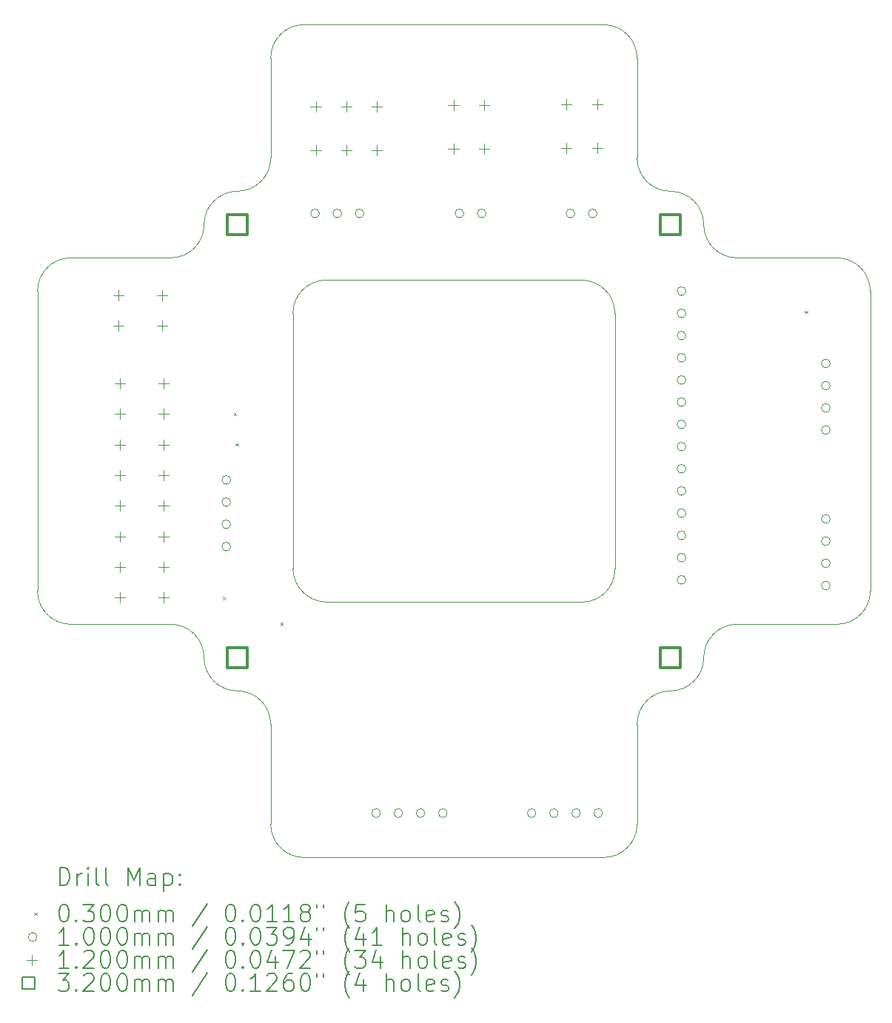
<source format=gbr>
%TF.GenerationSoftware,KiCad,Pcbnew,8.0.6*%
%TF.CreationDate,2025-01-17T02:30:25-08:00*%
%TF.ProjectId,Constellation Saddle V1.0,436f6e73-7465-46c6-9c61-74696f6e2053,rev?*%
%TF.SameCoordinates,Original*%
%TF.FileFunction,Drillmap*%
%TF.FilePolarity,Positive*%
%FSLAX45Y45*%
G04 Gerber Fmt 4.5, Leading zero omitted, Abs format (unit mm)*
G04 Created by KiCad (PCBNEW 8.0.6) date 2025-01-17 02:30:25*
%MOMM*%
%LPD*%
G01*
G04 APERTURE LIST*
%ADD10C,0.100000*%
%ADD11C,0.200000*%
%ADD12C,0.120000*%
%ADD13C,0.320000*%
G04 APERTURE END LIST*
D10*
X6858000Y-3556000D02*
G75*
G02*
X7239000Y-3937000I0J-381000D01*
G01*
X2159000Y-7493000D02*
G75*
G02*
X2540000Y-7874000I0J-381000D01*
G01*
X2921000Y-8255000D02*
G75*
G02*
X2540000Y-7874000I0J381000D01*
G01*
X7112000Y-635000D02*
X3683000Y-635000D01*
X8636000Y-3302000D02*
X9779000Y-3302000D01*
X7874000Y-2540000D02*
G75*
G02*
X8255000Y-2921000I0J-381000D01*
G01*
X3302000Y-1016000D02*
G75*
G02*
X3683000Y-635000I381000J0D01*
G01*
X635000Y-3683000D02*
X635000Y-7112000D01*
X7493000Y-8636000D02*
G75*
G02*
X7874000Y-8255000I381000J0D01*
G01*
X3556000Y-3937000D02*
X3556000Y-6858000D01*
X3302000Y-2159000D02*
X3302000Y-1016000D01*
X3683000Y-10160000D02*
X7112000Y-10160000D01*
X2159000Y-3302000D02*
X1016000Y-3302000D01*
X2159000Y-7493000D02*
X1016000Y-7493000D01*
X3556000Y-3937000D02*
G75*
G02*
X3937000Y-3556000I381000J0D01*
G01*
X3302000Y-8636000D02*
X3302000Y-9779000D01*
X8636000Y-7493000D02*
X9779000Y-7493000D01*
X8636000Y-3302000D02*
G75*
G02*
X8255000Y-2921000I0J381000D01*
G01*
X7493000Y-9779000D02*
G75*
G02*
X7112000Y-10160000I-381000J0D01*
G01*
X3937000Y-7239000D02*
X6858000Y-7239000D01*
X9779000Y-3302000D02*
G75*
G02*
X10160000Y-3683000I0J-381000D01*
G01*
X7112000Y-635000D02*
G75*
G02*
X7493000Y-1016000I0J-381000D01*
G01*
X2540000Y-2921000D02*
G75*
G02*
X2159000Y-3302000I-381000J0D01*
G01*
X3937000Y-7239000D02*
G75*
G02*
X3556000Y-6858000I10290J391290D01*
G01*
X8255000Y-7874000D02*
G75*
G02*
X8636000Y-7493000I381000J0D01*
G01*
X3302000Y-2159000D02*
G75*
G02*
X2921000Y-2540000I-381000J0D01*
G01*
X7493000Y-2159000D02*
X7493000Y-1016000D01*
X7493000Y-8636000D02*
X7493000Y-9779000D01*
X10160000Y-7112000D02*
X10160000Y-3683000D01*
X8255000Y-7874000D02*
G75*
G02*
X7874000Y-8255000I-381000J0D01*
G01*
X635000Y-3683000D02*
G75*
G02*
X1016000Y-3302000I381000J0D01*
G01*
X7239000Y-3937000D02*
X7239000Y-6858000D01*
X2540000Y-2921000D02*
G75*
G02*
X2921000Y-2540000I381000J0D01*
G01*
X7874000Y-2540000D02*
G75*
G02*
X7493000Y-2159000I0J381000D01*
G01*
X3937000Y-3556000D02*
X6858000Y-3556000D01*
X10160000Y-7112000D02*
G75*
G02*
X9779000Y-7493000I-381000J0D01*
G01*
X3683000Y-10160000D02*
G75*
G02*
X3302000Y-9779000I0J381000D01*
G01*
X1016000Y-7493000D02*
G75*
G02*
X635000Y-7112000I0J381000D01*
G01*
X2921000Y-8255000D02*
G75*
G02*
X3302000Y-8636000I0J-381000D01*
G01*
X7239000Y-6858000D02*
G75*
G02*
X6858000Y-7239000I-372897J-8103D01*
G01*
D11*
D10*
X2759000Y-7179000D02*
X2789000Y-7209000D01*
X2789000Y-7179000D02*
X2759000Y-7209000D01*
X2878060Y-5073200D02*
X2908060Y-5103200D01*
X2908060Y-5073200D02*
X2878060Y-5103200D01*
X2898380Y-5423200D02*
X2928380Y-5453200D01*
X2928380Y-5423200D02*
X2898380Y-5453200D01*
X3414000Y-7474200D02*
X3444000Y-7504200D01*
X3444000Y-7474200D02*
X3414000Y-7504200D01*
X9412000Y-3907500D02*
X9442000Y-3937500D01*
X9442000Y-3907500D02*
X9412000Y-3937500D01*
X2844000Y-5842000D02*
G75*
G02*
X2744000Y-5842000I-50000J0D01*
G01*
X2744000Y-5842000D02*
G75*
G02*
X2844000Y-5842000I50000J0D01*
G01*
X2844000Y-6096000D02*
G75*
G02*
X2744000Y-6096000I-50000J0D01*
G01*
X2744000Y-6096000D02*
G75*
G02*
X2844000Y-6096000I50000J0D01*
G01*
X2844000Y-6350000D02*
G75*
G02*
X2744000Y-6350000I-50000J0D01*
G01*
X2744000Y-6350000D02*
G75*
G02*
X2844000Y-6350000I50000J0D01*
G01*
X2844000Y-6604000D02*
G75*
G02*
X2744000Y-6604000I-50000J0D01*
G01*
X2744000Y-6604000D02*
G75*
G02*
X2844000Y-6604000I50000J0D01*
G01*
X3860000Y-2794000D02*
G75*
G02*
X3760000Y-2794000I-50000J0D01*
G01*
X3760000Y-2794000D02*
G75*
G02*
X3860000Y-2794000I50000J0D01*
G01*
X4114000Y-2794000D02*
G75*
G02*
X4014000Y-2794000I-50000J0D01*
G01*
X4014000Y-2794000D02*
G75*
G02*
X4114000Y-2794000I50000J0D01*
G01*
X4368000Y-2794000D02*
G75*
G02*
X4268000Y-2794000I-50000J0D01*
G01*
X4268000Y-2794000D02*
G75*
G02*
X4368000Y-2794000I50000J0D01*
G01*
X4558500Y-9652000D02*
G75*
G02*
X4458500Y-9652000I-50000J0D01*
G01*
X4458500Y-9652000D02*
G75*
G02*
X4558500Y-9652000I50000J0D01*
G01*
X4812500Y-9652000D02*
G75*
G02*
X4712500Y-9652000I-50000J0D01*
G01*
X4712500Y-9652000D02*
G75*
G02*
X4812500Y-9652000I50000J0D01*
G01*
X5066500Y-9652000D02*
G75*
G02*
X4966500Y-9652000I-50000J0D01*
G01*
X4966500Y-9652000D02*
G75*
G02*
X5066500Y-9652000I50000J0D01*
G01*
X5320500Y-9652000D02*
G75*
G02*
X5220500Y-9652000I-50000J0D01*
G01*
X5220500Y-9652000D02*
G75*
G02*
X5320500Y-9652000I50000J0D01*
G01*
X5511000Y-2794000D02*
G75*
G02*
X5411000Y-2794000I-50000J0D01*
G01*
X5411000Y-2794000D02*
G75*
G02*
X5511000Y-2794000I50000J0D01*
G01*
X5765000Y-2794000D02*
G75*
G02*
X5665000Y-2794000I-50000J0D01*
G01*
X5665000Y-2794000D02*
G75*
G02*
X5765000Y-2794000I50000J0D01*
G01*
X6336500Y-9652000D02*
G75*
G02*
X6236500Y-9652000I-50000J0D01*
G01*
X6236500Y-9652000D02*
G75*
G02*
X6336500Y-9652000I50000J0D01*
G01*
X6590500Y-9652000D02*
G75*
G02*
X6490500Y-9652000I-50000J0D01*
G01*
X6490500Y-9652000D02*
G75*
G02*
X6590500Y-9652000I50000J0D01*
G01*
X6781000Y-2794000D02*
G75*
G02*
X6681000Y-2794000I-50000J0D01*
G01*
X6681000Y-2794000D02*
G75*
G02*
X6781000Y-2794000I50000J0D01*
G01*
X6844500Y-9652000D02*
G75*
G02*
X6744500Y-9652000I-50000J0D01*
G01*
X6744500Y-9652000D02*
G75*
G02*
X6844500Y-9652000I50000J0D01*
G01*
X7035000Y-2794000D02*
G75*
G02*
X6935000Y-2794000I-50000J0D01*
G01*
X6935000Y-2794000D02*
G75*
G02*
X7035000Y-2794000I50000J0D01*
G01*
X7098500Y-9652000D02*
G75*
G02*
X6998500Y-9652000I-50000J0D01*
G01*
X6998500Y-9652000D02*
G75*
G02*
X7098500Y-9652000I50000J0D01*
G01*
X8051000Y-3683000D02*
G75*
G02*
X7951000Y-3683000I-50000J0D01*
G01*
X7951000Y-3683000D02*
G75*
G02*
X8051000Y-3683000I50000J0D01*
G01*
X8051000Y-3937000D02*
G75*
G02*
X7951000Y-3937000I-50000J0D01*
G01*
X7951000Y-3937000D02*
G75*
G02*
X8051000Y-3937000I50000J0D01*
G01*
X8051000Y-4191000D02*
G75*
G02*
X7951000Y-4191000I-50000J0D01*
G01*
X7951000Y-4191000D02*
G75*
G02*
X8051000Y-4191000I50000J0D01*
G01*
X8051000Y-4445000D02*
G75*
G02*
X7951000Y-4445000I-50000J0D01*
G01*
X7951000Y-4445000D02*
G75*
G02*
X8051000Y-4445000I50000J0D01*
G01*
X8051000Y-4699000D02*
G75*
G02*
X7951000Y-4699000I-50000J0D01*
G01*
X7951000Y-4699000D02*
G75*
G02*
X8051000Y-4699000I50000J0D01*
G01*
X8051000Y-4953000D02*
G75*
G02*
X7951000Y-4953000I-50000J0D01*
G01*
X7951000Y-4953000D02*
G75*
G02*
X8051000Y-4953000I50000J0D01*
G01*
X8051000Y-5207000D02*
G75*
G02*
X7951000Y-5207000I-50000J0D01*
G01*
X7951000Y-5207000D02*
G75*
G02*
X8051000Y-5207000I50000J0D01*
G01*
X8051000Y-5461000D02*
G75*
G02*
X7951000Y-5461000I-50000J0D01*
G01*
X7951000Y-5461000D02*
G75*
G02*
X8051000Y-5461000I50000J0D01*
G01*
X8051000Y-5715000D02*
G75*
G02*
X7951000Y-5715000I-50000J0D01*
G01*
X7951000Y-5715000D02*
G75*
G02*
X8051000Y-5715000I50000J0D01*
G01*
X8051000Y-5969000D02*
G75*
G02*
X7951000Y-5969000I-50000J0D01*
G01*
X7951000Y-5969000D02*
G75*
G02*
X8051000Y-5969000I50000J0D01*
G01*
X8051000Y-6223000D02*
G75*
G02*
X7951000Y-6223000I-50000J0D01*
G01*
X7951000Y-6223000D02*
G75*
G02*
X8051000Y-6223000I50000J0D01*
G01*
X8051000Y-6477000D02*
G75*
G02*
X7951000Y-6477000I-50000J0D01*
G01*
X7951000Y-6477000D02*
G75*
G02*
X8051000Y-6477000I50000J0D01*
G01*
X8051000Y-6731000D02*
G75*
G02*
X7951000Y-6731000I-50000J0D01*
G01*
X7951000Y-6731000D02*
G75*
G02*
X8051000Y-6731000I50000J0D01*
G01*
X8051000Y-6985000D02*
G75*
G02*
X7951000Y-6985000I-50000J0D01*
G01*
X7951000Y-6985000D02*
G75*
G02*
X8051000Y-6985000I50000J0D01*
G01*
X9702000Y-4508500D02*
G75*
G02*
X9602000Y-4508500I-50000J0D01*
G01*
X9602000Y-4508500D02*
G75*
G02*
X9702000Y-4508500I50000J0D01*
G01*
X9702000Y-4762500D02*
G75*
G02*
X9602000Y-4762500I-50000J0D01*
G01*
X9602000Y-4762500D02*
G75*
G02*
X9702000Y-4762500I50000J0D01*
G01*
X9702000Y-5016500D02*
G75*
G02*
X9602000Y-5016500I-50000J0D01*
G01*
X9602000Y-5016500D02*
G75*
G02*
X9702000Y-5016500I50000J0D01*
G01*
X9702000Y-5270500D02*
G75*
G02*
X9602000Y-5270500I-50000J0D01*
G01*
X9602000Y-5270500D02*
G75*
G02*
X9702000Y-5270500I50000J0D01*
G01*
X9702000Y-6286500D02*
G75*
G02*
X9602000Y-6286500I-50000J0D01*
G01*
X9602000Y-6286500D02*
G75*
G02*
X9702000Y-6286500I50000J0D01*
G01*
X9702000Y-6540500D02*
G75*
G02*
X9602000Y-6540500I-50000J0D01*
G01*
X9602000Y-6540500D02*
G75*
G02*
X9702000Y-6540500I50000J0D01*
G01*
X9702000Y-6794500D02*
G75*
G02*
X9602000Y-6794500I-50000J0D01*
G01*
X9602000Y-6794500D02*
G75*
G02*
X9702000Y-6794500I50000J0D01*
G01*
X9702000Y-7048500D02*
G75*
G02*
X9602000Y-7048500I-50000J0D01*
G01*
X9602000Y-7048500D02*
G75*
G02*
X9702000Y-7048500I50000J0D01*
G01*
D12*
X1560000Y-3667799D02*
X1560000Y-3787799D01*
X1500000Y-3727799D02*
X1620000Y-3727799D01*
X1560000Y-4017799D02*
X1560000Y-4137799D01*
X1500000Y-4077799D02*
X1620000Y-4077799D01*
X1577720Y-4678200D02*
X1577720Y-4798200D01*
X1517720Y-4738200D02*
X1637720Y-4738200D01*
X1577720Y-5378200D02*
X1577720Y-5498200D01*
X1517720Y-5438200D02*
X1637720Y-5438200D01*
X1577720Y-5728200D02*
X1577720Y-5848200D01*
X1517720Y-5788200D02*
X1637720Y-5788200D01*
X1577720Y-6078200D02*
X1577720Y-6198200D01*
X1517720Y-6138200D02*
X1637720Y-6138200D01*
X1577720Y-6428200D02*
X1577720Y-6548200D01*
X1517720Y-6488200D02*
X1637720Y-6488200D01*
X1577720Y-6778200D02*
X1577720Y-6898200D01*
X1517720Y-6838200D02*
X1637720Y-6838200D01*
X1577720Y-7128200D02*
X1577720Y-7248200D01*
X1517720Y-7188200D02*
X1637720Y-7188200D01*
X1577720Y-5028200D02*
X1577720Y-5148200D01*
X1517720Y-5088200D02*
X1637720Y-5088200D01*
X2060000Y-3667799D02*
X2060000Y-3787799D01*
X2000000Y-3727799D02*
X2120000Y-3727799D01*
X2060000Y-4017799D02*
X2060000Y-4137799D01*
X2000000Y-4077799D02*
X2120000Y-4077799D01*
X2077720Y-4678200D02*
X2077720Y-4798200D01*
X2017720Y-4738200D02*
X2137720Y-4738200D01*
X2077720Y-5028200D02*
X2077720Y-5148200D01*
X2017720Y-5088200D02*
X2137720Y-5088200D01*
X2077720Y-5378200D02*
X2077720Y-5498200D01*
X2017720Y-5438200D02*
X2137720Y-5438200D01*
X2077720Y-5728200D02*
X2077720Y-5848200D01*
X2017720Y-5788200D02*
X2137720Y-5788200D01*
X2077720Y-6078200D02*
X2077720Y-6198200D01*
X2017720Y-6138200D02*
X2137720Y-6138200D01*
X2077720Y-6428200D02*
X2077720Y-6548200D01*
X2017720Y-6488200D02*
X2137720Y-6488200D01*
X2077720Y-6778200D02*
X2077720Y-6898200D01*
X2017720Y-6838200D02*
X2137720Y-6838200D01*
X2077720Y-7128200D02*
X2077720Y-7248200D01*
X2017720Y-7188200D02*
X2137720Y-7188200D01*
X3817500Y-1510000D02*
X3817500Y-1630000D01*
X3757500Y-1570000D02*
X3877500Y-1570000D01*
X3817500Y-2010000D02*
X3817500Y-2130000D01*
X3757500Y-2070000D02*
X3877500Y-2070000D01*
X4167500Y-1510000D02*
X4167500Y-1630000D01*
X4107500Y-1570000D02*
X4227500Y-1570000D01*
X4167500Y-2010000D02*
X4167500Y-2130000D01*
X4107500Y-2070000D02*
X4227500Y-2070000D01*
X4517500Y-1510000D02*
X4517500Y-1630000D01*
X4457500Y-1570000D02*
X4577500Y-1570000D01*
X4517500Y-2010000D02*
X4517500Y-2130000D01*
X4457500Y-2070000D02*
X4577500Y-2070000D01*
X5392500Y-1495000D02*
X5392500Y-1615000D01*
X5332500Y-1555000D02*
X5452500Y-1555000D01*
X5392500Y-1995000D02*
X5392500Y-2115000D01*
X5332500Y-2055000D02*
X5452500Y-2055000D01*
X5742500Y-1495000D02*
X5742500Y-1615000D01*
X5682500Y-1555000D02*
X5802500Y-1555000D01*
X5742500Y-1995000D02*
X5742500Y-2115000D01*
X5682500Y-2055000D02*
X5802500Y-2055000D01*
X6685800Y-1484350D02*
X6685800Y-1604350D01*
X6625800Y-1544350D02*
X6745800Y-1544350D01*
X6685800Y-1984350D02*
X6685800Y-2104350D01*
X6625800Y-2044350D02*
X6745800Y-2044350D01*
X7035800Y-1484350D02*
X7035800Y-1604350D01*
X6975800Y-1544350D02*
X7095800Y-1544350D01*
X7035800Y-1984350D02*
X7035800Y-2104350D01*
X6975800Y-2044350D02*
X7095800Y-2044350D01*
D13*
X3034138Y-3034138D02*
X3034138Y-2807862D01*
X2807862Y-2807862D01*
X2807862Y-3034138D01*
X3034138Y-3034138D01*
X3034138Y-7987138D02*
X3034138Y-7760862D01*
X2807862Y-7760862D01*
X2807862Y-7987138D01*
X3034138Y-7987138D01*
X7987138Y-3034138D02*
X7987138Y-2807862D01*
X7760862Y-2807862D01*
X7760862Y-3034138D01*
X7987138Y-3034138D01*
X7987138Y-7987138D02*
X7987138Y-7760862D01*
X7760862Y-7760862D01*
X7760862Y-7987138D01*
X7987138Y-7987138D01*
D11*
X890777Y-10476484D02*
X890777Y-10276484D01*
X890777Y-10276484D02*
X938396Y-10276484D01*
X938396Y-10276484D02*
X966967Y-10286008D01*
X966967Y-10286008D02*
X986015Y-10305055D01*
X986015Y-10305055D02*
X995539Y-10324103D01*
X995539Y-10324103D02*
X1005062Y-10362198D01*
X1005062Y-10362198D02*
X1005062Y-10390770D01*
X1005062Y-10390770D02*
X995539Y-10428865D01*
X995539Y-10428865D02*
X986015Y-10447912D01*
X986015Y-10447912D02*
X966967Y-10466960D01*
X966967Y-10466960D02*
X938396Y-10476484D01*
X938396Y-10476484D02*
X890777Y-10476484D01*
X1090777Y-10476484D02*
X1090777Y-10343150D01*
X1090777Y-10381246D02*
X1100301Y-10362198D01*
X1100301Y-10362198D02*
X1109824Y-10352674D01*
X1109824Y-10352674D02*
X1128872Y-10343150D01*
X1128872Y-10343150D02*
X1147920Y-10343150D01*
X1214586Y-10476484D02*
X1214586Y-10343150D01*
X1214586Y-10276484D02*
X1205063Y-10286008D01*
X1205063Y-10286008D02*
X1214586Y-10295531D01*
X1214586Y-10295531D02*
X1224110Y-10286008D01*
X1224110Y-10286008D02*
X1214586Y-10276484D01*
X1214586Y-10276484D02*
X1214586Y-10295531D01*
X1338396Y-10476484D02*
X1319348Y-10466960D01*
X1319348Y-10466960D02*
X1309824Y-10447912D01*
X1309824Y-10447912D02*
X1309824Y-10276484D01*
X1443158Y-10476484D02*
X1424110Y-10466960D01*
X1424110Y-10466960D02*
X1414586Y-10447912D01*
X1414586Y-10447912D02*
X1414586Y-10276484D01*
X1671729Y-10476484D02*
X1671729Y-10276484D01*
X1671729Y-10276484D02*
X1738396Y-10419341D01*
X1738396Y-10419341D02*
X1805062Y-10276484D01*
X1805062Y-10276484D02*
X1805062Y-10476484D01*
X1986015Y-10476484D02*
X1986015Y-10371722D01*
X1986015Y-10371722D02*
X1976491Y-10352674D01*
X1976491Y-10352674D02*
X1957443Y-10343150D01*
X1957443Y-10343150D02*
X1919348Y-10343150D01*
X1919348Y-10343150D02*
X1900301Y-10352674D01*
X1986015Y-10466960D02*
X1966967Y-10476484D01*
X1966967Y-10476484D02*
X1919348Y-10476484D01*
X1919348Y-10476484D02*
X1900301Y-10466960D01*
X1900301Y-10466960D02*
X1890777Y-10447912D01*
X1890777Y-10447912D02*
X1890777Y-10428865D01*
X1890777Y-10428865D02*
X1900301Y-10409817D01*
X1900301Y-10409817D02*
X1919348Y-10400293D01*
X1919348Y-10400293D02*
X1966967Y-10400293D01*
X1966967Y-10400293D02*
X1986015Y-10390770D01*
X2081253Y-10343150D02*
X2081253Y-10543150D01*
X2081253Y-10352674D02*
X2100301Y-10343150D01*
X2100301Y-10343150D02*
X2138396Y-10343150D01*
X2138396Y-10343150D02*
X2157444Y-10352674D01*
X2157444Y-10352674D02*
X2166967Y-10362198D01*
X2166967Y-10362198D02*
X2176491Y-10381246D01*
X2176491Y-10381246D02*
X2176491Y-10438389D01*
X2176491Y-10438389D02*
X2166967Y-10457436D01*
X2166967Y-10457436D02*
X2157444Y-10466960D01*
X2157444Y-10466960D02*
X2138396Y-10476484D01*
X2138396Y-10476484D02*
X2100301Y-10476484D01*
X2100301Y-10476484D02*
X2081253Y-10466960D01*
X2262205Y-10457436D02*
X2271729Y-10466960D01*
X2271729Y-10466960D02*
X2262205Y-10476484D01*
X2262205Y-10476484D02*
X2252682Y-10466960D01*
X2252682Y-10466960D02*
X2262205Y-10457436D01*
X2262205Y-10457436D02*
X2262205Y-10476484D01*
X2262205Y-10352674D02*
X2271729Y-10362198D01*
X2271729Y-10362198D02*
X2262205Y-10371722D01*
X2262205Y-10371722D02*
X2252682Y-10362198D01*
X2252682Y-10362198D02*
X2262205Y-10352674D01*
X2262205Y-10352674D02*
X2262205Y-10371722D01*
D10*
X600000Y-10790000D02*
X630000Y-10820000D01*
X630000Y-10790000D02*
X600000Y-10820000D01*
D11*
X928872Y-10696484D02*
X947920Y-10696484D01*
X947920Y-10696484D02*
X966967Y-10706008D01*
X966967Y-10706008D02*
X976491Y-10715531D01*
X976491Y-10715531D02*
X986015Y-10734579D01*
X986015Y-10734579D02*
X995539Y-10772674D01*
X995539Y-10772674D02*
X995539Y-10820293D01*
X995539Y-10820293D02*
X986015Y-10858389D01*
X986015Y-10858389D02*
X976491Y-10877436D01*
X976491Y-10877436D02*
X966967Y-10886960D01*
X966967Y-10886960D02*
X947920Y-10896484D01*
X947920Y-10896484D02*
X928872Y-10896484D01*
X928872Y-10896484D02*
X909824Y-10886960D01*
X909824Y-10886960D02*
X900301Y-10877436D01*
X900301Y-10877436D02*
X890777Y-10858389D01*
X890777Y-10858389D02*
X881253Y-10820293D01*
X881253Y-10820293D02*
X881253Y-10772674D01*
X881253Y-10772674D02*
X890777Y-10734579D01*
X890777Y-10734579D02*
X900301Y-10715531D01*
X900301Y-10715531D02*
X909824Y-10706008D01*
X909824Y-10706008D02*
X928872Y-10696484D01*
X1081253Y-10877436D02*
X1090777Y-10886960D01*
X1090777Y-10886960D02*
X1081253Y-10896484D01*
X1081253Y-10896484D02*
X1071729Y-10886960D01*
X1071729Y-10886960D02*
X1081253Y-10877436D01*
X1081253Y-10877436D02*
X1081253Y-10896484D01*
X1157444Y-10696484D02*
X1281253Y-10696484D01*
X1281253Y-10696484D02*
X1214586Y-10772674D01*
X1214586Y-10772674D02*
X1243158Y-10772674D01*
X1243158Y-10772674D02*
X1262205Y-10782198D01*
X1262205Y-10782198D02*
X1271729Y-10791722D01*
X1271729Y-10791722D02*
X1281253Y-10810770D01*
X1281253Y-10810770D02*
X1281253Y-10858389D01*
X1281253Y-10858389D02*
X1271729Y-10877436D01*
X1271729Y-10877436D02*
X1262205Y-10886960D01*
X1262205Y-10886960D02*
X1243158Y-10896484D01*
X1243158Y-10896484D02*
X1186015Y-10896484D01*
X1186015Y-10896484D02*
X1166967Y-10886960D01*
X1166967Y-10886960D02*
X1157444Y-10877436D01*
X1405062Y-10696484D02*
X1424110Y-10696484D01*
X1424110Y-10696484D02*
X1443158Y-10706008D01*
X1443158Y-10706008D02*
X1452682Y-10715531D01*
X1452682Y-10715531D02*
X1462205Y-10734579D01*
X1462205Y-10734579D02*
X1471729Y-10772674D01*
X1471729Y-10772674D02*
X1471729Y-10820293D01*
X1471729Y-10820293D02*
X1462205Y-10858389D01*
X1462205Y-10858389D02*
X1452682Y-10877436D01*
X1452682Y-10877436D02*
X1443158Y-10886960D01*
X1443158Y-10886960D02*
X1424110Y-10896484D01*
X1424110Y-10896484D02*
X1405062Y-10896484D01*
X1405062Y-10896484D02*
X1386015Y-10886960D01*
X1386015Y-10886960D02*
X1376491Y-10877436D01*
X1376491Y-10877436D02*
X1366967Y-10858389D01*
X1366967Y-10858389D02*
X1357444Y-10820293D01*
X1357444Y-10820293D02*
X1357444Y-10772674D01*
X1357444Y-10772674D02*
X1366967Y-10734579D01*
X1366967Y-10734579D02*
X1376491Y-10715531D01*
X1376491Y-10715531D02*
X1386015Y-10706008D01*
X1386015Y-10706008D02*
X1405062Y-10696484D01*
X1595539Y-10696484D02*
X1614586Y-10696484D01*
X1614586Y-10696484D02*
X1633634Y-10706008D01*
X1633634Y-10706008D02*
X1643158Y-10715531D01*
X1643158Y-10715531D02*
X1652682Y-10734579D01*
X1652682Y-10734579D02*
X1662205Y-10772674D01*
X1662205Y-10772674D02*
X1662205Y-10820293D01*
X1662205Y-10820293D02*
X1652682Y-10858389D01*
X1652682Y-10858389D02*
X1643158Y-10877436D01*
X1643158Y-10877436D02*
X1633634Y-10886960D01*
X1633634Y-10886960D02*
X1614586Y-10896484D01*
X1614586Y-10896484D02*
X1595539Y-10896484D01*
X1595539Y-10896484D02*
X1576491Y-10886960D01*
X1576491Y-10886960D02*
X1566967Y-10877436D01*
X1566967Y-10877436D02*
X1557443Y-10858389D01*
X1557443Y-10858389D02*
X1547920Y-10820293D01*
X1547920Y-10820293D02*
X1547920Y-10772674D01*
X1547920Y-10772674D02*
X1557443Y-10734579D01*
X1557443Y-10734579D02*
X1566967Y-10715531D01*
X1566967Y-10715531D02*
X1576491Y-10706008D01*
X1576491Y-10706008D02*
X1595539Y-10696484D01*
X1747920Y-10896484D02*
X1747920Y-10763150D01*
X1747920Y-10782198D02*
X1757443Y-10772674D01*
X1757443Y-10772674D02*
X1776491Y-10763150D01*
X1776491Y-10763150D02*
X1805063Y-10763150D01*
X1805063Y-10763150D02*
X1824110Y-10772674D01*
X1824110Y-10772674D02*
X1833634Y-10791722D01*
X1833634Y-10791722D02*
X1833634Y-10896484D01*
X1833634Y-10791722D02*
X1843158Y-10772674D01*
X1843158Y-10772674D02*
X1862205Y-10763150D01*
X1862205Y-10763150D02*
X1890777Y-10763150D01*
X1890777Y-10763150D02*
X1909824Y-10772674D01*
X1909824Y-10772674D02*
X1919348Y-10791722D01*
X1919348Y-10791722D02*
X1919348Y-10896484D01*
X2014586Y-10896484D02*
X2014586Y-10763150D01*
X2014586Y-10782198D02*
X2024110Y-10772674D01*
X2024110Y-10772674D02*
X2043158Y-10763150D01*
X2043158Y-10763150D02*
X2071729Y-10763150D01*
X2071729Y-10763150D02*
X2090777Y-10772674D01*
X2090777Y-10772674D02*
X2100301Y-10791722D01*
X2100301Y-10791722D02*
X2100301Y-10896484D01*
X2100301Y-10791722D02*
X2109825Y-10772674D01*
X2109825Y-10772674D02*
X2128872Y-10763150D01*
X2128872Y-10763150D02*
X2157444Y-10763150D01*
X2157444Y-10763150D02*
X2176491Y-10772674D01*
X2176491Y-10772674D02*
X2186015Y-10791722D01*
X2186015Y-10791722D02*
X2186015Y-10896484D01*
X2576491Y-10686960D02*
X2405063Y-10944103D01*
X2833634Y-10696484D02*
X2852682Y-10696484D01*
X2852682Y-10696484D02*
X2871729Y-10706008D01*
X2871729Y-10706008D02*
X2881253Y-10715531D01*
X2881253Y-10715531D02*
X2890777Y-10734579D01*
X2890777Y-10734579D02*
X2900301Y-10772674D01*
X2900301Y-10772674D02*
X2900301Y-10820293D01*
X2900301Y-10820293D02*
X2890777Y-10858389D01*
X2890777Y-10858389D02*
X2881253Y-10877436D01*
X2881253Y-10877436D02*
X2871729Y-10886960D01*
X2871729Y-10886960D02*
X2852682Y-10896484D01*
X2852682Y-10896484D02*
X2833634Y-10896484D01*
X2833634Y-10896484D02*
X2814586Y-10886960D01*
X2814586Y-10886960D02*
X2805063Y-10877436D01*
X2805063Y-10877436D02*
X2795539Y-10858389D01*
X2795539Y-10858389D02*
X2786015Y-10820293D01*
X2786015Y-10820293D02*
X2786015Y-10772674D01*
X2786015Y-10772674D02*
X2795539Y-10734579D01*
X2795539Y-10734579D02*
X2805063Y-10715531D01*
X2805063Y-10715531D02*
X2814586Y-10706008D01*
X2814586Y-10706008D02*
X2833634Y-10696484D01*
X2986015Y-10877436D02*
X2995539Y-10886960D01*
X2995539Y-10886960D02*
X2986015Y-10896484D01*
X2986015Y-10896484D02*
X2976491Y-10886960D01*
X2976491Y-10886960D02*
X2986015Y-10877436D01*
X2986015Y-10877436D02*
X2986015Y-10896484D01*
X3119348Y-10696484D02*
X3138396Y-10696484D01*
X3138396Y-10696484D02*
X3157444Y-10706008D01*
X3157444Y-10706008D02*
X3166967Y-10715531D01*
X3166967Y-10715531D02*
X3176491Y-10734579D01*
X3176491Y-10734579D02*
X3186015Y-10772674D01*
X3186015Y-10772674D02*
X3186015Y-10820293D01*
X3186015Y-10820293D02*
X3176491Y-10858389D01*
X3176491Y-10858389D02*
X3166967Y-10877436D01*
X3166967Y-10877436D02*
X3157444Y-10886960D01*
X3157444Y-10886960D02*
X3138396Y-10896484D01*
X3138396Y-10896484D02*
X3119348Y-10896484D01*
X3119348Y-10896484D02*
X3100301Y-10886960D01*
X3100301Y-10886960D02*
X3090777Y-10877436D01*
X3090777Y-10877436D02*
X3081253Y-10858389D01*
X3081253Y-10858389D02*
X3071729Y-10820293D01*
X3071729Y-10820293D02*
X3071729Y-10772674D01*
X3071729Y-10772674D02*
X3081253Y-10734579D01*
X3081253Y-10734579D02*
X3090777Y-10715531D01*
X3090777Y-10715531D02*
X3100301Y-10706008D01*
X3100301Y-10706008D02*
X3119348Y-10696484D01*
X3376491Y-10896484D02*
X3262206Y-10896484D01*
X3319348Y-10896484D02*
X3319348Y-10696484D01*
X3319348Y-10696484D02*
X3300301Y-10725055D01*
X3300301Y-10725055D02*
X3281253Y-10744103D01*
X3281253Y-10744103D02*
X3262206Y-10753627D01*
X3566967Y-10896484D02*
X3452682Y-10896484D01*
X3509825Y-10896484D02*
X3509825Y-10696484D01*
X3509825Y-10696484D02*
X3490777Y-10725055D01*
X3490777Y-10725055D02*
X3471729Y-10744103D01*
X3471729Y-10744103D02*
X3452682Y-10753627D01*
X3681253Y-10782198D02*
X3662206Y-10772674D01*
X3662206Y-10772674D02*
X3652682Y-10763150D01*
X3652682Y-10763150D02*
X3643158Y-10744103D01*
X3643158Y-10744103D02*
X3643158Y-10734579D01*
X3643158Y-10734579D02*
X3652682Y-10715531D01*
X3652682Y-10715531D02*
X3662206Y-10706008D01*
X3662206Y-10706008D02*
X3681253Y-10696484D01*
X3681253Y-10696484D02*
X3719348Y-10696484D01*
X3719348Y-10696484D02*
X3738396Y-10706008D01*
X3738396Y-10706008D02*
X3747920Y-10715531D01*
X3747920Y-10715531D02*
X3757444Y-10734579D01*
X3757444Y-10734579D02*
X3757444Y-10744103D01*
X3757444Y-10744103D02*
X3747920Y-10763150D01*
X3747920Y-10763150D02*
X3738396Y-10772674D01*
X3738396Y-10772674D02*
X3719348Y-10782198D01*
X3719348Y-10782198D02*
X3681253Y-10782198D01*
X3681253Y-10782198D02*
X3662206Y-10791722D01*
X3662206Y-10791722D02*
X3652682Y-10801246D01*
X3652682Y-10801246D02*
X3643158Y-10820293D01*
X3643158Y-10820293D02*
X3643158Y-10858389D01*
X3643158Y-10858389D02*
X3652682Y-10877436D01*
X3652682Y-10877436D02*
X3662206Y-10886960D01*
X3662206Y-10886960D02*
X3681253Y-10896484D01*
X3681253Y-10896484D02*
X3719348Y-10896484D01*
X3719348Y-10896484D02*
X3738396Y-10886960D01*
X3738396Y-10886960D02*
X3747920Y-10877436D01*
X3747920Y-10877436D02*
X3757444Y-10858389D01*
X3757444Y-10858389D02*
X3757444Y-10820293D01*
X3757444Y-10820293D02*
X3747920Y-10801246D01*
X3747920Y-10801246D02*
X3738396Y-10791722D01*
X3738396Y-10791722D02*
X3719348Y-10782198D01*
X3833634Y-10696484D02*
X3833634Y-10734579D01*
X3909825Y-10696484D02*
X3909825Y-10734579D01*
X4205063Y-10972674D02*
X4195539Y-10963150D01*
X4195539Y-10963150D02*
X4176491Y-10934579D01*
X4176491Y-10934579D02*
X4166968Y-10915531D01*
X4166968Y-10915531D02*
X4157444Y-10886960D01*
X4157444Y-10886960D02*
X4147920Y-10839341D01*
X4147920Y-10839341D02*
X4147920Y-10801246D01*
X4147920Y-10801246D02*
X4157444Y-10753627D01*
X4157444Y-10753627D02*
X4166968Y-10725055D01*
X4166968Y-10725055D02*
X4176491Y-10706008D01*
X4176491Y-10706008D02*
X4195539Y-10677436D01*
X4195539Y-10677436D02*
X4205063Y-10667912D01*
X4376491Y-10696484D02*
X4281253Y-10696484D01*
X4281253Y-10696484D02*
X4271730Y-10791722D01*
X4271730Y-10791722D02*
X4281253Y-10782198D01*
X4281253Y-10782198D02*
X4300301Y-10772674D01*
X4300301Y-10772674D02*
X4347920Y-10772674D01*
X4347920Y-10772674D02*
X4366968Y-10782198D01*
X4366968Y-10782198D02*
X4376491Y-10791722D01*
X4376491Y-10791722D02*
X4386015Y-10810770D01*
X4386015Y-10810770D02*
X4386015Y-10858389D01*
X4386015Y-10858389D02*
X4376491Y-10877436D01*
X4376491Y-10877436D02*
X4366968Y-10886960D01*
X4366968Y-10886960D02*
X4347920Y-10896484D01*
X4347920Y-10896484D02*
X4300301Y-10896484D01*
X4300301Y-10896484D02*
X4281253Y-10886960D01*
X4281253Y-10886960D02*
X4271730Y-10877436D01*
X4624111Y-10896484D02*
X4624111Y-10696484D01*
X4709825Y-10896484D02*
X4709825Y-10791722D01*
X4709825Y-10791722D02*
X4700301Y-10772674D01*
X4700301Y-10772674D02*
X4681253Y-10763150D01*
X4681253Y-10763150D02*
X4652682Y-10763150D01*
X4652682Y-10763150D02*
X4633634Y-10772674D01*
X4633634Y-10772674D02*
X4624111Y-10782198D01*
X4833634Y-10896484D02*
X4814587Y-10886960D01*
X4814587Y-10886960D02*
X4805063Y-10877436D01*
X4805063Y-10877436D02*
X4795539Y-10858389D01*
X4795539Y-10858389D02*
X4795539Y-10801246D01*
X4795539Y-10801246D02*
X4805063Y-10782198D01*
X4805063Y-10782198D02*
X4814587Y-10772674D01*
X4814587Y-10772674D02*
X4833634Y-10763150D01*
X4833634Y-10763150D02*
X4862206Y-10763150D01*
X4862206Y-10763150D02*
X4881253Y-10772674D01*
X4881253Y-10772674D02*
X4890777Y-10782198D01*
X4890777Y-10782198D02*
X4900301Y-10801246D01*
X4900301Y-10801246D02*
X4900301Y-10858389D01*
X4900301Y-10858389D02*
X4890777Y-10877436D01*
X4890777Y-10877436D02*
X4881253Y-10886960D01*
X4881253Y-10886960D02*
X4862206Y-10896484D01*
X4862206Y-10896484D02*
X4833634Y-10896484D01*
X5014587Y-10896484D02*
X4995539Y-10886960D01*
X4995539Y-10886960D02*
X4986015Y-10867912D01*
X4986015Y-10867912D02*
X4986015Y-10696484D01*
X5166968Y-10886960D02*
X5147920Y-10896484D01*
X5147920Y-10896484D02*
X5109825Y-10896484D01*
X5109825Y-10896484D02*
X5090777Y-10886960D01*
X5090777Y-10886960D02*
X5081253Y-10867912D01*
X5081253Y-10867912D02*
X5081253Y-10791722D01*
X5081253Y-10791722D02*
X5090777Y-10772674D01*
X5090777Y-10772674D02*
X5109825Y-10763150D01*
X5109825Y-10763150D02*
X5147920Y-10763150D01*
X5147920Y-10763150D02*
X5166968Y-10772674D01*
X5166968Y-10772674D02*
X5176492Y-10791722D01*
X5176492Y-10791722D02*
X5176492Y-10810770D01*
X5176492Y-10810770D02*
X5081253Y-10829817D01*
X5252682Y-10886960D02*
X5271730Y-10896484D01*
X5271730Y-10896484D02*
X5309825Y-10896484D01*
X5309825Y-10896484D02*
X5328873Y-10886960D01*
X5328873Y-10886960D02*
X5338396Y-10867912D01*
X5338396Y-10867912D02*
X5338396Y-10858389D01*
X5338396Y-10858389D02*
X5328873Y-10839341D01*
X5328873Y-10839341D02*
X5309825Y-10829817D01*
X5309825Y-10829817D02*
X5281253Y-10829817D01*
X5281253Y-10829817D02*
X5262206Y-10820293D01*
X5262206Y-10820293D02*
X5252682Y-10801246D01*
X5252682Y-10801246D02*
X5252682Y-10791722D01*
X5252682Y-10791722D02*
X5262206Y-10772674D01*
X5262206Y-10772674D02*
X5281253Y-10763150D01*
X5281253Y-10763150D02*
X5309825Y-10763150D01*
X5309825Y-10763150D02*
X5328873Y-10772674D01*
X5405063Y-10972674D02*
X5414587Y-10963150D01*
X5414587Y-10963150D02*
X5433634Y-10934579D01*
X5433634Y-10934579D02*
X5443158Y-10915531D01*
X5443158Y-10915531D02*
X5452682Y-10886960D01*
X5452682Y-10886960D02*
X5462206Y-10839341D01*
X5462206Y-10839341D02*
X5462206Y-10801246D01*
X5462206Y-10801246D02*
X5452682Y-10753627D01*
X5452682Y-10753627D02*
X5443158Y-10725055D01*
X5443158Y-10725055D02*
X5433634Y-10706008D01*
X5433634Y-10706008D02*
X5414587Y-10677436D01*
X5414587Y-10677436D02*
X5405063Y-10667912D01*
D10*
X630000Y-11069000D02*
G75*
G02*
X530000Y-11069000I-50000J0D01*
G01*
X530000Y-11069000D02*
G75*
G02*
X630000Y-11069000I50000J0D01*
G01*
D11*
X995539Y-11160484D02*
X881253Y-11160484D01*
X938396Y-11160484D02*
X938396Y-10960484D01*
X938396Y-10960484D02*
X919348Y-10989055D01*
X919348Y-10989055D02*
X900301Y-11008103D01*
X900301Y-11008103D02*
X881253Y-11017627D01*
X1081253Y-11141436D02*
X1090777Y-11150960D01*
X1090777Y-11150960D02*
X1081253Y-11160484D01*
X1081253Y-11160484D02*
X1071729Y-11150960D01*
X1071729Y-11150960D02*
X1081253Y-11141436D01*
X1081253Y-11141436D02*
X1081253Y-11160484D01*
X1214586Y-10960484D02*
X1233634Y-10960484D01*
X1233634Y-10960484D02*
X1252682Y-10970008D01*
X1252682Y-10970008D02*
X1262205Y-10979531D01*
X1262205Y-10979531D02*
X1271729Y-10998579D01*
X1271729Y-10998579D02*
X1281253Y-11036674D01*
X1281253Y-11036674D02*
X1281253Y-11084293D01*
X1281253Y-11084293D02*
X1271729Y-11122389D01*
X1271729Y-11122389D02*
X1262205Y-11141436D01*
X1262205Y-11141436D02*
X1252682Y-11150960D01*
X1252682Y-11150960D02*
X1233634Y-11160484D01*
X1233634Y-11160484D02*
X1214586Y-11160484D01*
X1214586Y-11160484D02*
X1195539Y-11150960D01*
X1195539Y-11150960D02*
X1186015Y-11141436D01*
X1186015Y-11141436D02*
X1176491Y-11122389D01*
X1176491Y-11122389D02*
X1166967Y-11084293D01*
X1166967Y-11084293D02*
X1166967Y-11036674D01*
X1166967Y-11036674D02*
X1176491Y-10998579D01*
X1176491Y-10998579D02*
X1186015Y-10979531D01*
X1186015Y-10979531D02*
X1195539Y-10970008D01*
X1195539Y-10970008D02*
X1214586Y-10960484D01*
X1405062Y-10960484D02*
X1424110Y-10960484D01*
X1424110Y-10960484D02*
X1443158Y-10970008D01*
X1443158Y-10970008D02*
X1452682Y-10979531D01*
X1452682Y-10979531D02*
X1462205Y-10998579D01*
X1462205Y-10998579D02*
X1471729Y-11036674D01*
X1471729Y-11036674D02*
X1471729Y-11084293D01*
X1471729Y-11084293D02*
X1462205Y-11122389D01*
X1462205Y-11122389D02*
X1452682Y-11141436D01*
X1452682Y-11141436D02*
X1443158Y-11150960D01*
X1443158Y-11150960D02*
X1424110Y-11160484D01*
X1424110Y-11160484D02*
X1405062Y-11160484D01*
X1405062Y-11160484D02*
X1386015Y-11150960D01*
X1386015Y-11150960D02*
X1376491Y-11141436D01*
X1376491Y-11141436D02*
X1366967Y-11122389D01*
X1366967Y-11122389D02*
X1357444Y-11084293D01*
X1357444Y-11084293D02*
X1357444Y-11036674D01*
X1357444Y-11036674D02*
X1366967Y-10998579D01*
X1366967Y-10998579D02*
X1376491Y-10979531D01*
X1376491Y-10979531D02*
X1386015Y-10970008D01*
X1386015Y-10970008D02*
X1405062Y-10960484D01*
X1595539Y-10960484D02*
X1614586Y-10960484D01*
X1614586Y-10960484D02*
X1633634Y-10970008D01*
X1633634Y-10970008D02*
X1643158Y-10979531D01*
X1643158Y-10979531D02*
X1652682Y-10998579D01*
X1652682Y-10998579D02*
X1662205Y-11036674D01*
X1662205Y-11036674D02*
X1662205Y-11084293D01*
X1662205Y-11084293D02*
X1652682Y-11122389D01*
X1652682Y-11122389D02*
X1643158Y-11141436D01*
X1643158Y-11141436D02*
X1633634Y-11150960D01*
X1633634Y-11150960D02*
X1614586Y-11160484D01*
X1614586Y-11160484D02*
X1595539Y-11160484D01*
X1595539Y-11160484D02*
X1576491Y-11150960D01*
X1576491Y-11150960D02*
X1566967Y-11141436D01*
X1566967Y-11141436D02*
X1557443Y-11122389D01*
X1557443Y-11122389D02*
X1547920Y-11084293D01*
X1547920Y-11084293D02*
X1547920Y-11036674D01*
X1547920Y-11036674D02*
X1557443Y-10998579D01*
X1557443Y-10998579D02*
X1566967Y-10979531D01*
X1566967Y-10979531D02*
X1576491Y-10970008D01*
X1576491Y-10970008D02*
X1595539Y-10960484D01*
X1747920Y-11160484D02*
X1747920Y-11027150D01*
X1747920Y-11046198D02*
X1757443Y-11036674D01*
X1757443Y-11036674D02*
X1776491Y-11027150D01*
X1776491Y-11027150D02*
X1805063Y-11027150D01*
X1805063Y-11027150D02*
X1824110Y-11036674D01*
X1824110Y-11036674D02*
X1833634Y-11055722D01*
X1833634Y-11055722D02*
X1833634Y-11160484D01*
X1833634Y-11055722D02*
X1843158Y-11036674D01*
X1843158Y-11036674D02*
X1862205Y-11027150D01*
X1862205Y-11027150D02*
X1890777Y-11027150D01*
X1890777Y-11027150D02*
X1909824Y-11036674D01*
X1909824Y-11036674D02*
X1919348Y-11055722D01*
X1919348Y-11055722D02*
X1919348Y-11160484D01*
X2014586Y-11160484D02*
X2014586Y-11027150D01*
X2014586Y-11046198D02*
X2024110Y-11036674D01*
X2024110Y-11036674D02*
X2043158Y-11027150D01*
X2043158Y-11027150D02*
X2071729Y-11027150D01*
X2071729Y-11027150D02*
X2090777Y-11036674D01*
X2090777Y-11036674D02*
X2100301Y-11055722D01*
X2100301Y-11055722D02*
X2100301Y-11160484D01*
X2100301Y-11055722D02*
X2109825Y-11036674D01*
X2109825Y-11036674D02*
X2128872Y-11027150D01*
X2128872Y-11027150D02*
X2157444Y-11027150D01*
X2157444Y-11027150D02*
X2176491Y-11036674D01*
X2176491Y-11036674D02*
X2186015Y-11055722D01*
X2186015Y-11055722D02*
X2186015Y-11160484D01*
X2576491Y-10950960D02*
X2405063Y-11208103D01*
X2833634Y-10960484D02*
X2852682Y-10960484D01*
X2852682Y-10960484D02*
X2871729Y-10970008D01*
X2871729Y-10970008D02*
X2881253Y-10979531D01*
X2881253Y-10979531D02*
X2890777Y-10998579D01*
X2890777Y-10998579D02*
X2900301Y-11036674D01*
X2900301Y-11036674D02*
X2900301Y-11084293D01*
X2900301Y-11084293D02*
X2890777Y-11122389D01*
X2890777Y-11122389D02*
X2881253Y-11141436D01*
X2881253Y-11141436D02*
X2871729Y-11150960D01*
X2871729Y-11150960D02*
X2852682Y-11160484D01*
X2852682Y-11160484D02*
X2833634Y-11160484D01*
X2833634Y-11160484D02*
X2814586Y-11150960D01*
X2814586Y-11150960D02*
X2805063Y-11141436D01*
X2805063Y-11141436D02*
X2795539Y-11122389D01*
X2795539Y-11122389D02*
X2786015Y-11084293D01*
X2786015Y-11084293D02*
X2786015Y-11036674D01*
X2786015Y-11036674D02*
X2795539Y-10998579D01*
X2795539Y-10998579D02*
X2805063Y-10979531D01*
X2805063Y-10979531D02*
X2814586Y-10970008D01*
X2814586Y-10970008D02*
X2833634Y-10960484D01*
X2986015Y-11141436D02*
X2995539Y-11150960D01*
X2995539Y-11150960D02*
X2986015Y-11160484D01*
X2986015Y-11160484D02*
X2976491Y-11150960D01*
X2976491Y-11150960D02*
X2986015Y-11141436D01*
X2986015Y-11141436D02*
X2986015Y-11160484D01*
X3119348Y-10960484D02*
X3138396Y-10960484D01*
X3138396Y-10960484D02*
X3157444Y-10970008D01*
X3157444Y-10970008D02*
X3166967Y-10979531D01*
X3166967Y-10979531D02*
X3176491Y-10998579D01*
X3176491Y-10998579D02*
X3186015Y-11036674D01*
X3186015Y-11036674D02*
X3186015Y-11084293D01*
X3186015Y-11084293D02*
X3176491Y-11122389D01*
X3176491Y-11122389D02*
X3166967Y-11141436D01*
X3166967Y-11141436D02*
X3157444Y-11150960D01*
X3157444Y-11150960D02*
X3138396Y-11160484D01*
X3138396Y-11160484D02*
X3119348Y-11160484D01*
X3119348Y-11160484D02*
X3100301Y-11150960D01*
X3100301Y-11150960D02*
X3090777Y-11141436D01*
X3090777Y-11141436D02*
X3081253Y-11122389D01*
X3081253Y-11122389D02*
X3071729Y-11084293D01*
X3071729Y-11084293D02*
X3071729Y-11036674D01*
X3071729Y-11036674D02*
X3081253Y-10998579D01*
X3081253Y-10998579D02*
X3090777Y-10979531D01*
X3090777Y-10979531D02*
X3100301Y-10970008D01*
X3100301Y-10970008D02*
X3119348Y-10960484D01*
X3252682Y-10960484D02*
X3376491Y-10960484D01*
X3376491Y-10960484D02*
X3309825Y-11036674D01*
X3309825Y-11036674D02*
X3338396Y-11036674D01*
X3338396Y-11036674D02*
X3357444Y-11046198D01*
X3357444Y-11046198D02*
X3366967Y-11055722D01*
X3366967Y-11055722D02*
X3376491Y-11074770D01*
X3376491Y-11074770D02*
X3376491Y-11122389D01*
X3376491Y-11122389D02*
X3366967Y-11141436D01*
X3366967Y-11141436D02*
X3357444Y-11150960D01*
X3357444Y-11150960D02*
X3338396Y-11160484D01*
X3338396Y-11160484D02*
X3281253Y-11160484D01*
X3281253Y-11160484D02*
X3262206Y-11150960D01*
X3262206Y-11150960D02*
X3252682Y-11141436D01*
X3471729Y-11160484D02*
X3509825Y-11160484D01*
X3509825Y-11160484D02*
X3528872Y-11150960D01*
X3528872Y-11150960D02*
X3538396Y-11141436D01*
X3538396Y-11141436D02*
X3557444Y-11112865D01*
X3557444Y-11112865D02*
X3566967Y-11074770D01*
X3566967Y-11074770D02*
X3566967Y-10998579D01*
X3566967Y-10998579D02*
X3557444Y-10979531D01*
X3557444Y-10979531D02*
X3547920Y-10970008D01*
X3547920Y-10970008D02*
X3528872Y-10960484D01*
X3528872Y-10960484D02*
X3490777Y-10960484D01*
X3490777Y-10960484D02*
X3471729Y-10970008D01*
X3471729Y-10970008D02*
X3462206Y-10979531D01*
X3462206Y-10979531D02*
X3452682Y-10998579D01*
X3452682Y-10998579D02*
X3452682Y-11046198D01*
X3452682Y-11046198D02*
X3462206Y-11065246D01*
X3462206Y-11065246D02*
X3471729Y-11074770D01*
X3471729Y-11074770D02*
X3490777Y-11084293D01*
X3490777Y-11084293D02*
X3528872Y-11084293D01*
X3528872Y-11084293D02*
X3547920Y-11074770D01*
X3547920Y-11074770D02*
X3557444Y-11065246D01*
X3557444Y-11065246D02*
X3566967Y-11046198D01*
X3738396Y-11027150D02*
X3738396Y-11160484D01*
X3690777Y-10950960D02*
X3643158Y-11093817D01*
X3643158Y-11093817D02*
X3766967Y-11093817D01*
X3833634Y-10960484D02*
X3833634Y-10998579D01*
X3909825Y-10960484D02*
X3909825Y-10998579D01*
X4205063Y-11236674D02*
X4195539Y-11227150D01*
X4195539Y-11227150D02*
X4176491Y-11198579D01*
X4176491Y-11198579D02*
X4166968Y-11179531D01*
X4166968Y-11179531D02*
X4157444Y-11150960D01*
X4157444Y-11150960D02*
X4147920Y-11103341D01*
X4147920Y-11103341D02*
X4147920Y-11065246D01*
X4147920Y-11065246D02*
X4157444Y-11017627D01*
X4157444Y-11017627D02*
X4166968Y-10989055D01*
X4166968Y-10989055D02*
X4176491Y-10970008D01*
X4176491Y-10970008D02*
X4195539Y-10941436D01*
X4195539Y-10941436D02*
X4205063Y-10931912D01*
X4366968Y-11027150D02*
X4366968Y-11160484D01*
X4319349Y-10950960D02*
X4271730Y-11093817D01*
X4271730Y-11093817D02*
X4395539Y-11093817D01*
X4576491Y-11160484D02*
X4462206Y-11160484D01*
X4519349Y-11160484D02*
X4519349Y-10960484D01*
X4519349Y-10960484D02*
X4500301Y-10989055D01*
X4500301Y-10989055D02*
X4481253Y-11008103D01*
X4481253Y-11008103D02*
X4462206Y-11017627D01*
X4814587Y-11160484D02*
X4814587Y-10960484D01*
X4900301Y-11160484D02*
X4900301Y-11055722D01*
X4900301Y-11055722D02*
X4890777Y-11036674D01*
X4890777Y-11036674D02*
X4871730Y-11027150D01*
X4871730Y-11027150D02*
X4843158Y-11027150D01*
X4843158Y-11027150D02*
X4824111Y-11036674D01*
X4824111Y-11036674D02*
X4814587Y-11046198D01*
X5024111Y-11160484D02*
X5005063Y-11150960D01*
X5005063Y-11150960D02*
X4995539Y-11141436D01*
X4995539Y-11141436D02*
X4986015Y-11122389D01*
X4986015Y-11122389D02*
X4986015Y-11065246D01*
X4986015Y-11065246D02*
X4995539Y-11046198D01*
X4995539Y-11046198D02*
X5005063Y-11036674D01*
X5005063Y-11036674D02*
X5024111Y-11027150D01*
X5024111Y-11027150D02*
X5052682Y-11027150D01*
X5052682Y-11027150D02*
X5071730Y-11036674D01*
X5071730Y-11036674D02*
X5081253Y-11046198D01*
X5081253Y-11046198D02*
X5090777Y-11065246D01*
X5090777Y-11065246D02*
X5090777Y-11122389D01*
X5090777Y-11122389D02*
X5081253Y-11141436D01*
X5081253Y-11141436D02*
X5071730Y-11150960D01*
X5071730Y-11150960D02*
X5052682Y-11160484D01*
X5052682Y-11160484D02*
X5024111Y-11160484D01*
X5205063Y-11160484D02*
X5186015Y-11150960D01*
X5186015Y-11150960D02*
X5176492Y-11131912D01*
X5176492Y-11131912D02*
X5176492Y-10960484D01*
X5357444Y-11150960D02*
X5338396Y-11160484D01*
X5338396Y-11160484D02*
X5300301Y-11160484D01*
X5300301Y-11160484D02*
X5281253Y-11150960D01*
X5281253Y-11150960D02*
X5271730Y-11131912D01*
X5271730Y-11131912D02*
X5271730Y-11055722D01*
X5271730Y-11055722D02*
X5281253Y-11036674D01*
X5281253Y-11036674D02*
X5300301Y-11027150D01*
X5300301Y-11027150D02*
X5338396Y-11027150D01*
X5338396Y-11027150D02*
X5357444Y-11036674D01*
X5357444Y-11036674D02*
X5366968Y-11055722D01*
X5366968Y-11055722D02*
X5366968Y-11074770D01*
X5366968Y-11074770D02*
X5271730Y-11093817D01*
X5443158Y-11150960D02*
X5462206Y-11160484D01*
X5462206Y-11160484D02*
X5500301Y-11160484D01*
X5500301Y-11160484D02*
X5519349Y-11150960D01*
X5519349Y-11150960D02*
X5528873Y-11131912D01*
X5528873Y-11131912D02*
X5528873Y-11122389D01*
X5528873Y-11122389D02*
X5519349Y-11103341D01*
X5519349Y-11103341D02*
X5500301Y-11093817D01*
X5500301Y-11093817D02*
X5471730Y-11093817D01*
X5471730Y-11093817D02*
X5452682Y-11084293D01*
X5452682Y-11084293D02*
X5443158Y-11065246D01*
X5443158Y-11065246D02*
X5443158Y-11055722D01*
X5443158Y-11055722D02*
X5452682Y-11036674D01*
X5452682Y-11036674D02*
X5471730Y-11027150D01*
X5471730Y-11027150D02*
X5500301Y-11027150D01*
X5500301Y-11027150D02*
X5519349Y-11036674D01*
X5595539Y-11236674D02*
X5605063Y-11227150D01*
X5605063Y-11227150D02*
X5624111Y-11198579D01*
X5624111Y-11198579D02*
X5633634Y-11179531D01*
X5633634Y-11179531D02*
X5643158Y-11150960D01*
X5643158Y-11150960D02*
X5652682Y-11103341D01*
X5652682Y-11103341D02*
X5652682Y-11065246D01*
X5652682Y-11065246D02*
X5643158Y-11017627D01*
X5643158Y-11017627D02*
X5633634Y-10989055D01*
X5633634Y-10989055D02*
X5624111Y-10970008D01*
X5624111Y-10970008D02*
X5605063Y-10941436D01*
X5605063Y-10941436D02*
X5595539Y-10931912D01*
D12*
X570000Y-11273000D02*
X570000Y-11393000D01*
X510000Y-11333000D02*
X630000Y-11333000D01*
D11*
X995539Y-11424484D02*
X881253Y-11424484D01*
X938396Y-11424484D02*
X938396Y-11224484D01*
X938396Y-11224484D02*
X919348Y-11253055D01*
X919348Y-11253055D02*
X900301Y-11272103D01*
X900301Y-11272103D02*
X881253Y-11281627D01*
X1081253Y-11405436D02*
X1090777Y-11414960D01*
X1090777Y-11414960D02*
X1081253Y-11424484D01*
X1081253Y-11424484D02*
X1071729Y-11414960D01*
X1071729Y-11414960D02*
X1081253Y-11405436D01*
X1081253Y-11405436D02*
X1081253Y-11424484D01*
X1166967Y-11243531D02*
X1176491Y-11234008D01*
X1176491Y-11234008D02*
X1195539Y-11224484D01*
X1195539Y-11224484D02*
X1243158Y-11224484D01*
X1243158Y-11224484D02*
X1262205Y-11234008D01*
X1262205Y-11234008D02*
X1271729Y-11243531D01*
X1271729Y-11243531D02*
X1281253Y-11262579D01*
X1281253Y-11262579D02*
X1281253Y-11281627D01*
X1281253Y-11281627D02*
X1271729Y-11310198D01*
X1271729Y-11310198D02*
X1157444Y-11424484D01*
X1157444Y-11424484D02*
X1281253Y-11424484D01*
X1405062Y-11224484D02*
X1424110Y-11224484D01*
X1424110Y-11224484D02*
X1443158Y-11234008D01*
X1443158Y-11234008D02*
X1452682Y-11243531D01*
X1452682Y-11243531D02*
X1462205Y-11262579D01*
X1462205Y-11262579D02*
X1471729Y-11300674D01*
X1471729Y-11300674D02*
X1471729Y-11348293D01*
X1471729Y-11348293D02*
X1462205Y-11386388D01*
X1462205Y-11386388D02*
X1452682Y-11405436D01*
X1452682Y-11405436D02*
X1443158Y-11414960D01*
X1443158Y-11414960D02*
X1424110Y-11424484D01*
X1424110Y-11424484D02*
X1405062Y-11424484D01*
X1405062Y-11424484D02*
X1386015Y-11414960D01*
X1386015Y-11414960D02*
X1376491Y-11405436D01*
X1376491Y-11405436D02*
X1366967Y-11386388D01*
X1366967Y-11386388D02*
X1357444Y-11348293D01*
X1357444Y-11348293D02*
X1357444Y-11300674D01*
X1357444Y-11300674D02*
X1366967Y-11262579D01*
X1366967Y-11262579D02*
X1376491Y-11243531D01*
X1376491Y-11243531D02*
X1386015Y-11234008D01*
X1386015Y-11234008D02*
X1405062Y-11224484D01*
X1595539Y-11224484D02*
X1614586Y-11224484D01*
X1614586Y-11224484D02*
X1633634Y-11234008D01*
X1633634Y-11234008D02*
X1643158Y-11243531D01*
X1643158Y-11243531D02*
X1652682Y-11262579D01*
X1652682Y-11262579D02*
X1662205Y-11300674D01*
X1662205Y-11300674D02*
X1662205Y-11348293D01*
X1662205Y-11348293D02*
X1652682Y-11386388D01*
X1652682Y-11386388D02*
X1643158Y-11405436D01*
X1643158Y-11405436D02*
X1633634Y-11414960D01*
X1633634Y-11414960D02*
X1614586Y-11424484D01*
X1614586Y-11424484D02*
X1595539Y-11424484D01*
X1595539Y-11424484D02*
X1576491Y-11414960D01*
X1576491Y-11414960D02*
X1566967Y-11405436D01*
X1566967Y-11405436D02*
X1557443Y-11386388D01*
X1557443Y-11386388D02*
X1547920Y-11348293D01*
X1547920Y-11348293D02*
X1547920Y-11300674D01*
X1547920Y-11300674D02*
X1557443Y-11262579D01*
X1557443Y-11262579D02*
X1566967Y-11243531D01*
X1566967Y-11243531D02*
X1576491Y-11234008D01*
X1576491Y-11234008D02*
X1595539Y-11224484D01*
X1747920Y-11424484D02*
X1747920Y-11291150D01*
X1747920Y-11310198D02*
X1757443Y-11300674D01*
X1757443Y-11300674D02*
X1776491Y-11291150D01*
X1776491Y-11291150D02*
X1805063Y-11291150D01*
X1805063Y-11291150D02*
X1824110Y-11300674D01*
X1824110Y-11300674D02*
X1833634Y-11319722D01*
X1833634Y-11319722D02*
X1833634Y-11424484D01*
X1833634Y-11319722D02*
X1843158Y-11300674D01*
X1843158Y-11300674D02*
X1862205Y-11291150D01*
X1862205Y-11291150D02*
X1890777Y-11291150D01*
X1890777Y-11291150D02*
X1909824Y-11300674D01*
X1909824Y-11300674D02*
X1919348Y-11319722D01*
X1919348Y-11319722D02*
X1919348Y-11424484D01*
X2014586Y-11424484D02*
X2014586Y-11291150D01*
X2014586Y-11310198D02*
X2024110Y-11300674D01*
X2024110Y-11300674D02*
X2043158Y-11291150D01*
X2043158Y-11291150D02*
X2071729Y-11291150D01*
X2071729Y-11291150D02*
X2090777Y-11300674D01*
X2090777Y-11300674D02*
X2100301Y-11319722D01*
X2100301Y-11319722D02*
X2100301Y-11424484D01*
X2100301Y-11319722D02*
X2109825Y-11300674D01*
X2109825Y-11300674D02*
X2128872Y-11291150D01*
X2128872Y-11291150D02*
X2157444Y-11291150D01*
X2157444Y-11291150D02*
X2176491Y-11300674D01*
X2176491Y-11300674D02*
X2186015Y-11319722D01*
X2186015Y-11319722D02*
X2186015Y-11424484D01*
X2576491Y-11214960D02*
X2405063Y-11472103D01*
X2833634Y-11224484D02*
X2852682Y-11224484D01*
X2852682Y-11224484D02*
X2871729Y-11234008D01*
X2871729Y-11234008D02*
X2881253Y-11243531D01*
X2881253Y-11243531D02*
X2890777Y-11262579D01*
X2890777Y-11262579D02*
X2900301Y-11300674D01*
X2900301Y-11300674D02*
X2900301Y-11348293D01*
X2900301Y-11348293D02*
X2890777Y-11386388D01*
X2890777Y-11386388D02*
X2881253Y-11405436D01*
X2881253Y-11405436D02*
X2871729Y-11414960D01*
X2871729Y-11414960D02*
X2852682Y-11424484D01*
X2852682Y-11424484D02*
X2833634Y-11424484D01*
X2833634Y-11424484D02*
X2814586Y-11414960D01*
X2814586Y-11414960D02*
X2805063Y-11405436D01*
X2805063Y-11405436D02*
X2795539Y-11386388D01*
X2795539Y-11386388D02*
X2786015Y-11348293D01*
X2786015Y-11348293D02*
X2786015Y-11300674D01*
X2786015Y-11300674D02*
X2795539Y-11262579D01*
X2795539Y-11262579D02*
X2805063Y-11243531D01*
X2805063Y-11243531D02*
X2814586Y-11234008D01*
X2814586Y-11234008D02*
X2833634Y-11224484D01*
X2986015Y-11405436D02*
X2995539Y-11414960D01*
X2995539Y-11414960D02*
X2986015Y-11424484D01*
X2986015Y-11424484D02*
X2976491Y-11414960D01*
X2976491Y-11414960D02*
X2986015Y-11405436D01*
X2986015Y-11405436D02*
X2986015Y-11424484D01*
X3119348Y-11224484D02*
X3138396Y-11224484D01*
X3138396Y-11224484D02*
X3157444Y-11234008D01*
X3157444Y-11234008D02*
X3166967Y-11243531D01*
X3166967Y-11243531D02*
X3176491Y-11262579D01*
X3176491Y-11262579D02*
X3186015Y-11300674D01*
X3186015Y-11300674D02*
X3186015Y-11348293D01*
X3186015Y-11348293D02*
X3176491Y-11386388D01*
X3176491Y-11386388D02*
X3166967Y-11405436D01*
X3166967Y-11405436D02*
X3157444Y-11414960D01*
X3157444Y-11414960D02*
X3138396Y-11424484D01*
X3138396Y-11424484D02*
X3119348Y-11424484D01*
X3119348Y-11424484D02*
X3100301Y-11414960D01*
X3100301Y-11414960D02*
X3090777Y-11405436D01*
X3090777Y-11405436D02*
X3081253Y-11386388D01*
X3081253Y-11386388D02*
X3071729Y-11348293D01*
X3071729Y-11348293D02*
X3071729Y-11300674D01*
X3071729Y-11300674D02*
X3081253Y-11262579D01*
X3081253Y-11262579D02*
X3090777Y-11243531D01*
X3090777Y-11243531D02*
X3100301Y-11234008D01*
X3100301Y-11234008D02*
X3119348Y-11224484D01*
X3357444Y-11291150D02*
X3357444Y-11424484D01*
X3309825Y-11214960D02*
X3262206Y-11357817D01*
X3262206Y-11357817D02*
X3386015Y-11357817D01*
X3443158Y-11224484D02*
X3576491Y-11224484D01*
X3576491Y-11224484D02*
X3490777Y-11424484D01*
X3643158Y-11243531D02*
X3652682Y-11234008D01*
X3652682Y-11234008D02*
X3671729Y-11224484D01*
X3671729Y-11224484D02*
X3719348Y-11224484D01*
X3719348Y-11224484D02*
X3738396Y-11234008D01*
X3738396Y-11234008D02*
X3747920Y-11243531D01*
X3747920Y-11243531D02*
X3757444Y-11262579D01*
X3757444Y-11262579D02*
X3757444Y-11281627D01*
X3757444Y-11281627D02*
X3747920Y-11310198D01*
X3747920Y-11310198D02*
X3633634Y-11424484D01*
X3633634Y-11424484D02*
X3757444Y-11424484D01*
X3833634Y-11224484D02*
X3833634Y-11262579D01*
X3909825Y-11224484D02*
X3909825Y-11262579D01*
X4205063Y-11500674D02*
X4195539Y-11491150D01*
X4195539Y-11491150D02*
X4176491Y-11462579D01*
X4176491Y-11462579D02*
X4166968Y-11443531D01*
X4166968Y-11443531D02*
X4157444Y-11414960D01*
X4157444Y-11414960D02*
X4147920Y-11367341D01*
X4147920Y-11367341D02*
X4147920Y-11329246D01*
X4147920Y-11329246D02*
X4157444Y-11281627D01*
X4157444Y-11281627D02*
X4166968Y-11253055D01*
X4166968Y-11253055D02*
X4176491Y-11234008D01*
X4176491Y-11234008D02*
X4195539Y-11205436D01*
X4195539Y-11205436D02*
X4205063Y-11195912D01*
X4262206Y-11224484D02*
X4386015Y-11224484D01*
X4386015Y-11224484D02*
X4319349Y-11300674D01*
X4319349Y-11300674D02*
X4347920Y-11300674D01*
X4347920Y-11300674D02*
X4366968Y-11310198D01*
X4366968Y-11310198D02*
X4376491Y-11319722D01*
X4376491Y-11319722D02*
X4386015Y-11338769D01*
X4386015Y-11338769D02*
X4386015Y-11386388D01*
X4386015Y-11386388D02*
X4376491Y-11405436D01*
X4376491Y-11405436D02*
X4366968Y-11414960D01*
X4366968Y-11414960D02*
X4347920Y-11424484D01*
X4347920Y-11424484D02*
X4290777Y-11424484D01*
X4290777Y-11424484D02*
X4271730Y-11414960D01*
X4271730Y-11414960D02*
X4262206Y-11405436D01*
X4557444Y-11291150D02*
X4557444Y-11424484D01*
X4509825Y-11214960D02*
X4462206Y-11357817D01*
X4462206Y-11357817D02*
X4586015Y-11357817D01*
X4814587Y-11424484D02*
X4814587Y-11224484D01*
X4900301Y-11424484D02*
X4900301Y-11319722D01*
X4900301Y-11319722D02*
X4890777Y-11300674D01*
X4890777Y-11300674D02*
X4871730Y-11291150D01*
X4871730Y-11291150D02*
X4843158Y-11291150D01*
X4843158Y-11291150D02*
X4824111Y-11300674D01*
X4824111Y-11300674D02*
X4814587Y-11310198D01*
X5024111Y-11424484D02*
X5005063Y-11414960D01*
X5005063Y-11414960D02*
X4995539Y-11405436D01*
X4995539Y-11405436D02*
X4986015Y-11386388D01*
X4986015Y-11386388D02*
X4986015Y-11329246D01*
X4986015Y-11329246D02*
X4995539Y-11310198D01*
X4995539Y-11310198D02*
X5005063Y-11300674D01*
X5005063Y-11300674D02*
X5024111Y-11291150D01*
X5024111Y-11291150D02*
X5052682Y-11291150D01*
X5052682Y-11291150D02*
X5071730Y-11300674D01*
X5071730Y-11300674D02*
X5081253Y-11310198D01*
X5081253Y-11310198D02*
X5090777Y-11329246D01*
X5090777Y-11329246D02*
X5090777Y-11386388D01*
X5090777Y-11386388D02*
X5081253Y-11405436D01*
X5081253Y-11405436D02*
X5071730Y-11414960D01*
X5071730Y-11414960D02*
X5052682Y-11424484D01*
X5052682Y-11424484D02*
X5024111Y-11424484D01*
X5205063Y-11424484D02*
X5186015Y-11414960D01*
X5186015Y-11414960D02*
X5176492Y-11395912D01*
X5176492Y-11395912D02*
X5176492Y-11224484D01*
X5357444Y-11414960D02*
X5338396Y-11424484D01*
X5338396Y-11424484D02*
X5300301Y-11424484D01*
X5300301Y-11424484D02*
X5281253Y-11414960D01*
X5281253Y-11414960D02*
X5271730Y-11395912D01*
X5271730Y-11395912D02*
X5271730Y-11319722D01*
X5271730Y-11319722D02*
X5281253Y-11300674D01*
X5281253Y-11300674D02*
X5300301Y-11291150D01*
X5300301Y-11291150D02*
X5338396Y-11291150D01*
X5338396Y-11291150D02*
X5357444Y-11300674D01*
X5357444Y-11300674D02*
X5366968Y-11319722D01*
X5366968Y-11319722D02*
X5366968Y-11338769D01*
X5366968Y-11338769D02*
X5271730Y-11357817D01*
X5443158Y-11414960D02*
X5462206Y-11424484D01*
X5462206Y-11424484D02*
X5500301Y-11424484D01*
X5500301Y-11424484D02*
X5519349Y-11414960D01*
X5519349Y-11414960D02*
X5528873Y-11395912D01*
X5528873Y-11395912D02*
X5528873Y-11386388D01*
X5528873Y-11386388D02*
X5519349Y-11367341D01*
X5519349Y-11367341D02*
X5500301Y-11357817D01*
X5500301Y-11357817D02*
X5471730Y-11357817D01*
X5471730Y-11357817D02*
X5452682Y-11348293D01*
X5452682Y-11348293D02*
X5443158Y-11329246D01*
X5443158Y-11329246D02*
X5443158Y-11319722D01*
X5443158Y-11319722D02*
X5452682Y-11300674D01*
X5452682Y-11300674D02*
X5471730Y-11291150D01*
X5471730Y-11291150D02*
X5500301Y-11291150D01*
X5500301Y-11291150D02*
X5519349Y-11300674D01*
X5595539Y-11500674D02*
X5605063Y-11491150D01*
X5605063Y-11491150D02*
X5624111Y-11462579D01*
X5624111Y-11462579D02*
X5633634Y-11443531D01*
X5633634Y-11443531D02*
X5643158Y-11414960D01*
X5643158Y-11414960D02*
X5652682Y-11367341D01*
X5652682Y-11367341D02*
X5652682Y-11329246D01*
X5652682Y-11329246D02*
X5643158Y-11281627D01*
X5643158Y-11281627D02*
X5633634Y-11253055D01*
X5633634Y-11253055D02*
X5624111Y-11234008D01*
X5624111Y-11234008D02*
X5605063Y-11205436D01*
X5605063Y-11205436D02*
X5595539Y-11195912D01*
X600711Y-11667711D02*
X600711Y-11526289D01*
X459289Y-11526289D01*
X459289Y-11667711D01*
X600711Y-11667711D01*
X871729Y-11488484D02*
X995539Y-11488484D01*
X995539Y-11488484D02*
X928872Y-11564674D01*
X928872Y-11564674D02*
X957443Y-11564674D01*
X957443Y-11564674D02*
X976491Y-11574198D01*
X976491Y-11574198D02*
X986015Y-11583722D01*
X986015Y-11583722D02*
X995539Y-11602769D01*
X995539Y-11602769D02*
X995539Y-11650388D01*
X995539Y-11650388D02*
X986015Y-11669436D01*
X986015Y-11669436D02*
X976491Y-11678960D01*
X976491Y-11678960D02*
X957443Y-11688484D01*
X957443Y-11688484D02*
X900301Y-11688484D01*
X900301Y-11688484D02*
X881253Y-11678960D01*
X881253Y-11678960D02*
X871729Y-11669436D01*
X1081253Y-11669436D02*
X1090777Y-11678960D01*
X1090777Y-11678960D02*
X1081253Y-11688484D01*
X1081253Y-11688484D02*
X1071729Y-11678960D01*
X1071729Y-11678960D02*
X1081253Y-11669436D01*
X1081253Y-11669436D02*
X1081253Y-11688484D01*
X1166967Y-11507531D02*
X1176491Y-11498008D01*
X1176491Y-11498008D02*
X1195539Y-11488484D01*
X1195539Y-11488484D02*
X1243158Y-11488484D01*
X1243158Y-11488484D02*
X1262205Y-11498008D01*
X1262205Y-11498008D02*
X1271729Y-11507531D01*
X1271729Y-11507531D02*
X1281253Y-11526579D01*
X1281253Y-11526579D02*
X1281253Y-11545627D01*
X1281253Y-11545627D02*
X1271729Y-11574198D01*
X1271729Y-11574198D02*
X1157444Y-11688484D01*
X1157444Y-11688484D02*
X1281253Y-11688484D01*
X1405062Y-11488484D02*
X1424110Y-11488484D01*
X1424110Y-11488484D02*
X1443158Y-11498008D01*
X1443158Y-11498008D02*
X1452682Y-11507531D01*
X1452682Y-11507531D02*
X1462205Y-11526579D01*
X1462205Y-11526579D02*
X1471729Y-11564674D01*
X1471729Y-11564674D02*
X1471729Y-11612293D01*
X1471729Y-11612293D02*
X1462205Y-11650388D01*
X1462205Y-11650388D02*
X1452682Y-11669436D01*
X1452682Y-11669436D02*
X1443158Y-11678960D01*
X1443158Y-11678960D02*
X1424110Y-11688484D01*
X1424110Y-11688484D02*
X1405062Y-11688484D01*
X1405062Y-11688484D02*
X1386015Y-11678960D01*
X1386015Y-11678960D02*
X1376491Y-11669436D01*
X1376491Y-11669436D02*
X1366967Y-11650388D01*
X1366967Y-11650388D02*
X1357444Y-11612293D01*
X1357444Y-11612293D02*
X1357444Y-11564674D01*
X1357444Y-11564674D02*
X1366967Y-11526579D01*
X1366967Y-11526579D02*
X1376491Y-11507531D01*
X1376491Y-11507531D02*
X1386015Y-11498008D01*
X1386015Y-11498008D02*
X1405062Y-11488484D01*
X1595539Y-11488484D02*
X1614586Y-11488484D01*
X1614586Y-11488484D02*
X1633634Y-11498008D01*
X1633634Y-11498008D02*
X1643158Y-11507531D01*
X1643158Y-11507531D02*
X1652682Y-11526579D01*
X1652682Y-11526579D02*
X1662205Y-11564674D01*
X1662205Y-11564674D02*
X1662205Y-11612293D01*
X1662205Y-11612293D02*
X1652682Y-11650388D01*
X1652682Y-11650388D02*
X1643158Y-11669436D01*
X1643158Y-11669436D02*
X1633634Y-11678960D01*
X1633634Y-11678960D02*
X1614586Y-11688484D01*
X1614586Y-11688484D02*
X1595539Y-11688484D01*
X1595539Y-11688484D02*
X1576491Y-11678960D01*
X1576491Y-11678960D02*
X1566967Y-11669436D01*
X1566967Y-11669436D02*
X1557443Y-11650388D01*
X1557443Y-11650388D02*
X1547920Y-11612293D01*
X1547920Y-11612293D02*
X1547920Y-11564674D01*
X1547920Y-11564674D02*
X1557443Y-11526579D01*
X1557443Y-11526579D02*
X1566967Y-11507531D01*
X1566967Y-11507531D02*
X1576491Y-11498008D01*
X1576491Y-11498008D02*
X1595539Y-11488484D01*
X1747920Y-11688484D02*
X1747920Y-11555150D01*
X1747920Y-11574198D02*
X1757443Y-11564674D01*
X1757443Y-11564674D02*
X1776491Y-11555150D01*
X1776491Y-11555150D02*
X1805063Y-11555150D01*
X1805063Y-11555150D02*
X1824110Y-11564674D01*
X1824110Y-11564674D02*
X1833634Y-11583722D01*
X1833634Y-11583722D02*
X1833634Y-11688484D01*
X1833634Y-11583722D02*
X1843158Y-11564674D01*
X1843158Y-11564674D02*
X1862205Y-11555150D01*
X1862205Y-11555150D02*
X1890777Y-11555150D01*
X1890777Y-11555150D02*
X1909824Y-11564674D01*
X1909824Y-11564674D02*
X1919348Y-11583722D01*
X1919348Y-11583722D02*
X1919348Y-11688484D01*
X2014586Y-11688484D02*
X2014586Y-11555150D01*
X2014586Y-11574198D02*
X2024110Y-11564674D01*
X2024110Y-11564674D02*
X2043158Y-11555150D01*
X2043158Y-11555150D02*
X2071729Y-11555150D01*
X2071729Y-11555150D02*
X2090777Y-11564674D01*
X2090777Y-11564674D02*
X2100301Y-11583722D01*
X2100301Y-11583722D02*
X2100301Y-11688484D01*
X2100301Y-11583722D02*
X2109825Y-11564674D01*
X2109825Y-11564674D02*
X2128872Y-11555150D01*
X2128872Y-11555150D02*
X2157444Y-11555150D01*
X2157444Y-11555150D02*
X2176491Y-11564674D01*
X2176491Y-11564674D02*
X2186015Y-11583722D01*
X2186015Y-11583722D02*
X2186015Y-11688484D01*
X2576491Y-11478960D02*
X2405063Y-11736103D01*
X2833634Y-11488484D02*
X2852682Y-11488484D01*
X2852682Y-11488484D02*
X2871729Y-11498008D01*
X2871729Y-11498008D02*
X2881253Y-11507531D01*
X2881253Y-11507531D02*
X2890777Y-11526579D01*
X2890777Y-11526579D02*
X2900301Y-11564674D01*
X2900301Y-11564674D02*
X2900301Y-11612293D01*
X2900301Y-11612293D02*
X2890777Y-11650388D01*
X2890777Y-11650388D02*
X2881253Y-11669436D01*
X2881253Y-11669436D02*
X2871729Y-11678960D01*
X2871729Y-11678960D02*
X2852682Y-11688484D01*
X2852682Y-11688484D02*
X2833634Y-11688484D01*
X2833634Y-11688484D02*
X2814586Y-11678960D01*
X2814586Y-11678960D02*
X2805063Y-11669436D01*
X2805063Y-11669436D02*
X2795539Y-11650388D01*
X2795539Y-11650388D02*
X2786015Y-11612293D01*
X2786015Y-11612293D02*
X2786015Y-11564674D01*
X2786015Y-11564674D02*
X2795539Y-11526579D01*
X2795539Y-11526579D02*
X2805063Y-11507531D01*
X2805063Y-11507531D02*
X2814586Y-11498008D01*
X2814586Y-11498008D02*
X2833634Y-11488484D01*
X2986015Y-11669436D02*
X2995539Y-11678960D01*
X2995539Y-11678960D02*
X2986015Y-11688484D01*
X2986015Y-11688484D02*
X2976491Y-11678960D01*
X2976491Y-11678960D02*
X2986015Y-11669436D01*
X2986015Y-11669436D02*
X2986015Y-11688484D01*
X3186015Y-11688484D02*
X3071729Y-11688484D01*
X3128872Y-11688484D02*
X3128872Y-11488484D01*
X3128872Y-11488484D02*
X3109825Y-11517055D01*
X3109825Y-11517055D02*
X3090777Y-11536103D01*
X3090777Y-11536103D02*
X3071729Y-11545627D01*
X3262206Y-11507531D02*
X3271729Y-11498008D01*
X3271729Y-11498008D02*
X3290777Y-11488484D01*
X3290777Y-11488484D02*
X3338396Y-11488484D01*
X3338396Y-11488484D02*
X3357444Y-11498008D01*
X3357444Y-11498008D02*
X3366967Y-11507531D01*
X3366967Y-11507531D02*
X3376491Y-11526579D01*
X3376491Y-11526579D02*
X3376491Y-11545627D01*
X3376491Y-11545627D02*
X3366967Y-11574198D01*
X3366967Y-11574198D02*
X3252682Y-11688484D01*
X3252682Y-11688484D02*
X3376491Y-11688484D01*
X3547920Y-11488484D02*
X3509825Y-11488484D01*
X3509825Y-11488484D02*
X3490777Y-11498008D01*
X3490777Y-11498008D02*
X3481253Y-11507531D01*
X3481253Y-11507531D02*
X3462206Y-11536103D01*
X3462206Y-11536103D02*
X3452682Y-11574198D01*
X3452682Y-11574198D02*
X3452682Y-11650388D01*
X3452682Y-11650388D02*
X3462206Y-11669436D01*
X3462206Y-11669436D02*
X3471729Y-11678960D01*
X3471729Y-11678960D02*
X3490777Y-11688484D01*
X3490777Y-11688484D02*
X3528872Y-11688484D01*
X3528872Y-11688484D02*
X3547920Y-11678960D01*
X3547920Y-11678960D02*
X3557444Y-11669436D01*
X3557444Y-11669436D02*
X3566967Y-11650388D01*
X3566967Y-11650388D02*
X3566967Y-11602769D01*
X3566967Y-11602769D02*
X3557444Y-11583722D01*
X3557444Y-11583722D02*
X3547920Y-11574198D01*
X3547920Y-11574198D02*
X3528872Y-11564674D01*
X3528872Y-11564674D02*
X3490777Y-11564674D01*
X3490777Y-11564674D02*
X3471729Y-11574198D01*
X3471729Y-11574198D02*
X3462206Y-11583722D01*
X3462206Y-11583722D02*
X3452682Y-11602769D01*
X3690777Y-11488484D02*
X3709825Y-11488484D01*
X3709825Y-11488484D02*
X3728872Y-11498008D01*
X3728872Y-11498008D02*
X3738396Y-11507531D01*
X3738396Y-11507531D02*
X3747920Y-11526579D01*
X3747920Y-11526579D02*
X3757444Y-11564674D01*
X3757444Y-11564674D02*
X3757444Y-11612293D01*
X3757444Y-11612293D02*
X3747920Y-11650388D01*
X3747920Y-11650388D02*
X3738396Y-11669436D01*
X3738396Y-11669436D02*
X3728872Y-11678960D01*
X3728872Y-11678960D02*
X3709825Y-11688484D01*
X3709825Y-11688484D02*
X3690777Y-11688484D01*
X3690777Y-11688484D02*
X3671729Y-11678960D01*
X3671729Y-11678960D02*
X3662206Y-11669436D01*
X3662206Y-11669436D02*
X3652682Y-11650388D01*
X3652682Y-11650388D02*
X3643158Y-11612293D01*
X3643158Y-11612293D02*
X3643158Y-11564674D01*
X3643158Y-11564674D02*
X3652682Y-11526579D01*
X3652682Y-11526579D02*
X3662206Y-11507531D01*
X3662206Y-11507531D02*
X3671729Y-11498008D01*
X3671729Y-11498008D02*
X3690777Y-11488484D01*
X3833634Y-11488484D02*
X3833634Y-11526579D01*
X3909825Y-11488484D02*
X3909825Y-11526579D01*
X4205063Y-11764674D02*
X4195539Y-11755150D01*
X4195539Y-11755150D02*
X4176491Y-11726579D01*
X4176491Y-11726579D02*
X4166968Y-11707531D01*
X4166968Y-11707531D02*
X4157444Y-11678960D01*
X4157444Y-11678960D02*
X4147920Y-11631341D01*
X4147920Y-11631341D02*
X4147920Y-11593246D01*
X4147920Y-11593246D02*
X4157444Y-11545627D01*
X4157444Y-11545627D02*
X4166968Y-11517055D01*
X4166968Y-11517055D02*
X4176491Y-11498008D01*
X4176491Y-11498008D02*
X4195539Y-11469436D01*
X4195539Y-11469436D02*
X4205063Y-11459912D01*
X4366968Y-11555150D02*
X4366968Y-11688484D01*
X4319349Y-11478960D02*
X4271730Y-11621817D01*
X4271730Y-11621817D02*
X4395539Y-11621817D01*
X4624111Y-11688484D02*
X4624111Y-11488484D01*
X4709825Y-11688484D02*
X4709825Y-11583722D01*
X4709825Y-11583722D02*
X4700301Y-11564674D01*
X4700301Y-11564674D02*
X4681253Y-11555150D01*
X4681253Y-11555150D02*
X4652682Y-11555150D01*
X4652682Y-11555150D02*
X4633634Y-11564674D01*
X4633634Y-11564674D02*
X4624111Y-11574198D01*
X4833634Y-11688484D02*
X4814587Y-11678960D01*
X4814587Y-11678960D02*
X4805063Y-11669436D01*
X4805063Y-11669436D02*
X4795539Y-11650388D01*
X4795539Y-11650388D02*
X4795539Y-11593246D01*
X4795539Y-11593246D02*
X4805063Y-11574198D01*
X4805063Y-11574198D02*
X4814587Y-11564674D01*
X4814587Y-11564674D02*
X4833634Y-11555150D01*
X4833634Y-11555150D02*
X4862206Y-11555150D01*
X4862206Y-11555150D02*
X4881253Y-11564674D01*
X4881253Y-11564674D02*
X4890777Y-11574198D01*
X4890777Y-11574198D02*
X4900301Y-11593246D01*
X4900301Y-11593246D02*
X4900301Y-11650388D01*
X4900301Y-11650388D02*
X4890777Y-11669436D01*
X4890777Y-11669436D02*
X4881253Y-11678960D01*
X4881253Y-11678960D02*
X4862206Y-11688484D01*
X4862206Y-11688484D02*
X4833634Y-11688484D01*
X5014587Y-11688484D02*
X4995539Y-11678960D01*
X4995539Y-11678960D02*
X4986015Y-11659912D01*
X4986015Y-11659912D02*
X4986015Y-11488484D01*
X5166968Y-11678960D02*
X5147920Y-11688484D01*
X5147920Y-11688484D02*
X5109825Y-11688484D01*
X5109825Y-11688484D02*
X5090777Y-11678960D01*
X5090777Y-11678960D02*
X5081253Y-11659912D01*
X5081253Y-11659912D02*
X5081253Y-11583722D01*
X5081253Y-11583722D02*
X5090777Y-11564674D01*
X5090777Y-11564674D02*
X5109825Y-11555150D01*
X5109825Y-11555150D02*
X5147920Y-11555150D01*
X5147920Y-11555150D02*
X5166968Y-11564674D01*
X5166968Y-11564674D02*
X5176492Y-11583722D01*
X5176492Y-11583722D02*
X5176492Y-11602769D01*
X5176492Y-11602769D02*
X5081253Y-11621817D01*
X5252682Y-11678960D02*
X5271730Y-11688484D01*
X5271730Y-11688484D02*
X5309825Y-11688484D01*
X5309825Y-11688484D02*
X5328873Y-11678960D01*
X5328873Y-11678960D02*
X5338396Y-11659912D01*
X5338396Y-11659912D02*
X5338396Y-11650388D01*
X5338396Y-11650388D02*
X5328873Y-11631341D01*
X5328873Y-11631341D02*
X5309825Y-11621817D01*
X5309825Y-11621817D02*
X5281253Y-11621817D01*
X5281253Y-11621817D02*
X5262206Y-11612293D01*
X5262206Y-11612293D02*
X5252682Y-11593246D01*
X5252682Y-11593246D02*
X5252682Y-11583722D01*
X5252682Y-11583722D02*
X5262206Y-11564674D01*
X5262206Y-11564674D02*
X5281253Y-11555150D01*
X5281253Y-11555150D02*
X5309825Y-11555150D01*
X5309825Y-11555150D02*
X5328873Y-11564674D01*
X5405063Y-11764674D02*
X5414587Y-11755150D01*
X5414587Y-11755150D02*
X5433634Y-11726579D01*
X5433634Y-11726579D02*
X5443158Y-11707531D01*
X5443158Y-11707531D02*
X5452682Y-11678960D01*
X5452682Y-11678960D02*
X5462206Y-11631341D01*
X5462206Y-11631341D02*
X5462206Y-11593246D01*
X5462206Y-11593246D02*
X5452682Y-11545627D01*
X5452682Y-11545627D02*
X5443158Y-11517055D01*
X5443158Y-11517055D02*
X5433634Y-11498008D01*
X5433634Y-11498008D02*
X5414587Y-11469436D01*
X5414587Y-11469436D02*
X5405063Y-11459912D01*
M02*

</source>
